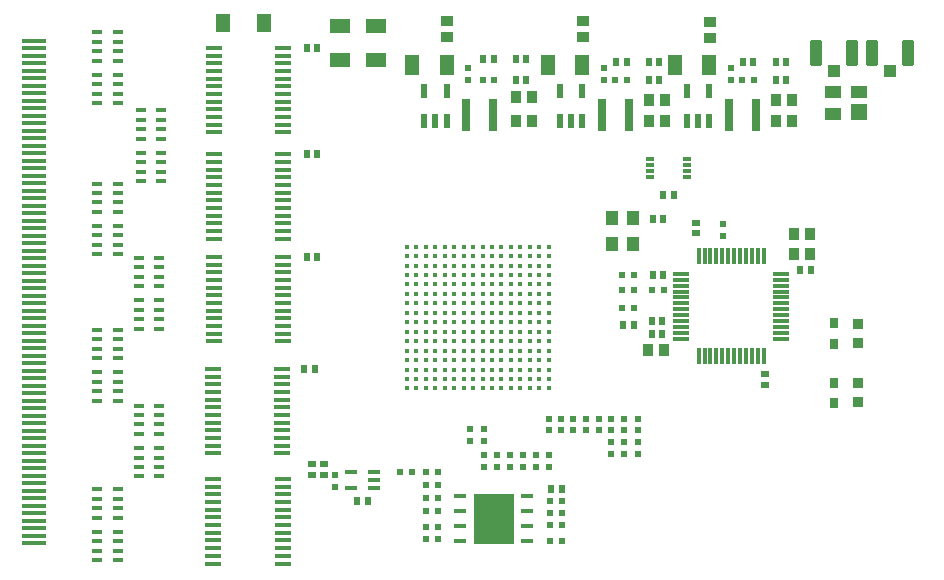
<source format=gtp>
G04*
G04 #@! TF.GenerationSoftware,Altium Limited,Altium Designer,24.4.1 (13)*
G04*
G04 Layer_Color=8421504*
%FSLAX44Y44*%
%MOMM*%
G71*
G04*
G04 #@! TF.SameCoordinates,12DE7ABD-5068-41A5-B1A4-11BDF0A404C9*
G04*
G04*
G04 #@! TF.FilePolarity,Positive*
G04*
G01*
G75*
G04:AMPARAMS|DCode=16|XSize=2.2mm|YSize=1.05mm|CornerRadius=0.105mm|HoleSize=0mm|Usage=FLASHONLY|Rotation=90.000|XOffset=0mm|YOffset=0mm|HoleType=Round|Shape=RoundedRectangle|*
%AMROUNDEDRECTD16*
21,1,2.2000,0.8400,0,0,90.0*
21,1,1.9900,1.0500,0,0,90.0*
1,1,0.2100,0.4200,0.9950*
1,1,0.2100,0.4200,-0.9950*
1,1,0.2100,-0.4200,-0.9950*
1,1,0.2100,-0.4200,0.9950*
%
%ADD16ROUNDEDRECTD16*%
G04:AMPARAMS|DCode=17|XSize=1.05mm|YSize=1.05mm|CornerRadius=0.105mm|HoleSize=0mm|Usage=FLASHONLY|Rotation=0.000|XOffset=0mm|YOffset=0mm|HoleType=Round|Shape=RoundedRectangle|*
%AMROUNDEDRECTD17*
21,1,1.0500,0.8400,0,0,0.0*
21,1,0.8400,1.0500,0,0,0.0*
1,1,0.2100,0.4200,-0.4200*
1,1,0.2100,-0.4200,-0.4200*
1,1,0.2100,-0.4200,0.4200*
1,1,0.2100,0.4200,0.4200*
%
%ADD17ROUNDEDRECTD17*%
%ADD18R,0.9000X0.4500*%
%ADD19R,1.4000X1.0000*%
%ADD20R,1.4000X1.4000*%
%ADD21R,0.8000X0.3000*%
%ADD22R,0.6000X0.6400*%
%ADD23R,0.6000X0.5000*%
%ADD24R,0.5000X0.6000*%
%ADD25R,3.4500X4.3500*%
%ADD26R,1.0500X0.4500*%
%ADD27R,0.9000X1.0000*%
%ADD28R,1.4750X0.3000*%
%ADD29R,0.3000X1.4750*%
%ADD30R,1.4750X0.4500*%
%ADD31R,1.0500X0.4000*%
%ADD32R,0.6400X0.6000*%
%ADD33R,0.6000X1.1500*%
%ADD34R,0.8000X2.7000*%
%ADD35R,1.2500X1.6500*%
%ADD36R,1.0000X0.9000*%
%ADD37C,0.4200*%
%ADD38R,1.8000X1.3000*%
%ADD39R,1.3000X1.8000*%
%ADD40R,0.8000X0.9000*%
%ADD41R,0.9500X0.9000*%
%ADD42R,2.0000X0.3800*%
%ADD43R,1.1000X1.3000*%
D16*
X905400Y672500D02*
D03*
X875000D02*
D03*
X952900D02*
D03*
X922500D02*
D03*
D17*
X890000Y657500D02*
D03*
X937500D02*
D03*
D18*
X266500Y251000D02*
D03*
Y243000D02*
D03*
Y267000D02*
D03*
Y259000D02*
D03*
X283500D02*
D03*
Y267000D02*
D03*
Y243000D02*
D03*
Y251000D02*
D03*
X301500Y483000D02*
D03*
Y475000D02*
D03*
Y499000D02*
D03*
Y491000D02*
D03*
X318500D02*
D03*
Y499000D02*
D03*
Y475000D02*
D03*
Y483000D02*
D03*
X303500Y608000D02*
D03*
Y600000D02*
D03*
Y624000D02*
D03*
Y616000D02*
D03*
X320500D02*
D03*
Y624000D02*
D03*
Y600000D02*
D03*
Y608000D02*
D03*
X266500Y510000D02*
D03*
Y502000D02*
D03*
Y526000D02*
D03*
Y518000D02*
D03*
X283500D02*
D03*
Y526000D02*
D03*
Y502000D02*
D03*
Y510000D02*
D03*
X266500Y386000D02*
D03*
Y378000D02*
D03*
Y402000D02*
D03*
Y394000D02*
D03*
X283500D02*
D03*
Y402000D02*
D03*
Y378000D02*
D03*
Y386000D02*
D03*
X301500Y358000D02*
D03*
Y350000D02*
D03*
Y374000D02*
D03*
Y366000D02*
D03*
X318500D02*
D03*
Y374000D02*
D03*
Y350000D02*
D03*
Y358000D02*
D03*
X301500Y322000D02*
D03*
Y314000D02*
D03*
Y338000D02*
D03*
Y330000D02*
D03*
X318500D02*
D03*
Y338000D02*
D03*
Y314000D02*
D03*
Y322000D02*
D03*
X266500Y287000D02*
D03*
Y279000D02*
D03*
Y303000D02*
D03*
Y295000D02*
D03*
X283500D02*
D03*
Y303000D02*
D03*
Y279000D02*
D03*
Y287000D02*
D03*
X266500Y422000D02*
D03*
Y414000D02*
D03*
Y438000D02*
D03*
Y430000D02*
D03*
X283500D02*
D03*
Y438000D02*
D03*
Y414000D02*
D03*
Y422000D02*
D03*
X301500Y447000D02*
D03*
Y439000D02*
D03*
Y463000D02*
D03*
Y455000D02*
D03*
X318500D02*
D03*
Y463000D02*
D03*
Y439000D02*
D03*
Y447000D02*
D03*
X266500Y546000D02*
D03*
Y538000D02*
D03*
Y562000D02*
D03*
Y554000D02*
D03*
X283500D02*
D03*
Y562000D02*
D03*
Y538000D02*
D03*
Y546000D02*
D03*
X303500Y572000D02*
D03*
Y564000D02*
D03*
Y588000D02*
D03*
Y580000D02*
D03*
X320500D02*
D03*
Y588000D02*
D03*
Y564000D02*
D03*
Y572000D02*
D03*
X266500Y638000D02*
D03*
Y630000D02*
D03*
Y654000D02*
D03*
Y646000D02*
D03*
X283500D02*
D03*
Y654000D02*
D03*
Y630000D02*
D03*
Y638000D02*
D03*
X266500Y674000D02*
D03*
Y666000D02*
D03*
Y690000D02*
D03*
Y682000D02*
D03*
X283500D02*
D03*
Y690000D02*
D03*
Y666000D02*
D03*
Y674000D02*
D03*
D19*
X889250Y620500D02*
D03*
Y639500D02*
D03*
X911250D02*
D03*
D20*
Y622500D02*
D03*
D21*
X766000Y567500D02*
D03*
Y572500D02*
D03*
Y577500D02*
D03*
Y582500D02*
D03*
X734000D02*
D03*
Y577500D02*
D03*
Y572500D02*
D03*
Y567500D02*
D03*
D22*
X745600Y552500D02*
D03*
X754400D02*
D03*
X495400Y293000D02*
D03*
X486600D02*
D03*
X720400Y442000D02*
D03*
X711600D02*
D03*
X659400Y303000D02*
D03*
X650600D02*
D03*
X593100Y667500D02*
D03*
X601900D02*
D03*
X620600Y650000D02*
D03*
X629400D02*
D03*
Y667500D02*
D03*
X620600D02*
D03*
X735600Y446000D02*
D03*
X744400D02*
D03*
X452400Y500000D02*
D03*
X443600D02*
D03*
X450400Y405000D02*
D03*
X441600D02*
D03*
X714400Y665000D02*
D03*
X705600D02*
D03*
X745400Y532000D02*
D03*
X736600D02*
D03*
X741900Y665000D02*
D03*
X733100D02*
D03*
X741900Y650000D02*
D03*
X733100D02*
D03*
X744400Y435000D02*
D03*
X735600D02*
D03*
X840600Y665000D02*
D03*
X849400D02*
D03*
X840600Y650000D02*
D03*
X849400D02*
D03*
X821900Y665000D02*
D03*
X813100D02*
D03*
X861600Y489000D02*
D03*
X870400D02*
D03*
X745400Y484500D02*
D03*
X736600D02*
D03*
X443600Y587000D02*
D03*
X452400D02*
D03*
X443600Y677000D02*
D03*
X452400D02*
D03*
D23*
X649000Y363000D02*
D03*
Y353000D02*
D03*
X616000Y322000D02*
D03*
Y332000D02*
D03*
X680000Y353000D02*
D03*
Y363000D02*
D03*
X691000D02*
D03*
Y353000D02*
D03*
X724000Y343000D02*
D03*
Y333000D02*
D03*
Y363000D02*
D03*
Y353000D02*
D03*
X669000Y363000D02*
D03*
Y353000D02*
D03*
X649000Y332000D02*
D03*
Y322000D02*
D03*
X659000Y363000D02*
D03*
Y353000D02*
D03*
X468000Y305000D02*
D03*
Y315000D02*
D03*
X695000Y660000D02*
D03*
Y650000D02*
D03*
X802500Y660000D02*
D03*
Y650000D02*
D03*
X712000Y353000D02*
D03*
Y363000D02*
D03*
X627000Y322000D02*
D03*
Y332000D02*
D03*
X638000Y322000D02*
D03*
Y332000D02*
D03*
X594000D02*
D03*
Y322000D02*
D03*
X605000D02*
D03*
Y332000D02*
D03*
X594000Y344000D02*
D03*
Y354000D02*
D03*
X582000D02*
D03*
Y344000D02*
D03*
X712000Y333000D02*
D03*
Y343000D02*
D03*
X701000Y333000D02*
D03*
Y343000D02*
D03*
X701000Y353000D02*
D03*
Y363000D02*
D03*
X796000Y517500D02*
D03*
Y527500D02*
D03*
X580000Y650000D02*
D03*
Y660000D02*
D03*
D24*
X650000Y293000D02*
D03*
X660000D02*
D03*
X555000Y318000D02*
D03*
X545000D02*
D03*
Y307000D02*
D03*
X555000D02*
D03*
X523000Y318000D02*
D03*
X533000D02*
D03*
X555000Y261000D02*
D03*
X545000D02*
D03*
X660000Y259000D02*
D03*
X650000D02*
D03*
X545000Y296000D02*
D03*
X555000D02*
D03*
X711000Y472000D02*
D03*
X721000D02*
D03*
X711000Y484500D02*
D03*
X721000D02*
D03*
X711000Y457000D02*
D03*
X721000D02*
D03*
X660000Y283000D02*
D03*
X650000D02*
D03*
X555000Y271000D02*
D03*
X545000D02*
D03*
X555000Y285000D02*
D03*
X545000D02*
D03*
X736000Y472000D02*
D03*
X746000D02*
D03*
X650000Y273000D02*
D03*
X660000D02*
D03*
X812500Y650000D02*
D03*
X822500D02*
D03*
X705000D02*
D03*
X715000D02*
D03*
X592500D02*
D03*
X602500D02*
D03*
D25*
X602000Y278000D02*
D03*
D26*
X630500Y297050D02*
D03*
Y284350D02*
D03*
Y271650D02*
D03*
Y258950D02*
D03*
X573500D02*
D03*
Y271650D02*
D03*
Y284350D02*
D03*
Y297050D02*
D03*
D27*
X745750Y421000D02*
D03*
X732250D02*
D03*
X854250Y615000D02*
D03*
X840750D02*
D03*
X634250Y635000D02*
D03*
X620750D02*
D03*
X854250Y632500D02*
D03*
X840750D02*
D03*
X733250Y615000D02*
D03*
X746750D02*
D03*
X869750Y502000D02*
D03*
X856250D02*
D03*
X869750Y519000D02*
D03*
X856250D02*
D03*
X733250Y632500D02*
D03*
X746750D02*
D03*
X634250Y615000D02*
D03*
X620750D02*
D03*
D28*
X760620Y485500D02*
D03*
Y480500D02*
D03*
Y475500D02*
D03*
Y470500D02*
D03*
Y465500D02*
D03*
Y460500D02*
D03*
Y455500D02*
D03*
Y450500D02*
D03*
Y445500D02*
D03*
Y440500D02*
D03*
Y435500D02*
D03*
Y430500D02*
D03*
X845380D02*
D03*
Y435500D02*
D03*
Y440500D02*
D03*
Y445500D02*
D03*
Y450500D02*
D03*
Y455500D02*
D03*
Y460500D02*
D03*
Y465500D02*
D03*
Y470500D02*
D03*
Y475500D02*
D03*
Y480500D02*
D03*
Y485500D02*
D03*
D29*
X775500Y415620D02*
D03*
X780500D02*
D03*
X785500D02*
D03*
X790500D02*
D03*
X795500D02*
D03*
X800500D02*
D03*
X805500D02*
D03*
X810500D02*
D03*
X815500D02*
D03*
X820500D02*
D03*
X825500D02*
D03*
X830500D02*
D03*
Y500380D02*
D03*
X825500D02*
D03*
X820500D02*
D03*
X815500D02*
D03*
X810500D02*
D03*
X805500D02*
D03*
X800500D02*
D03*
X795500D02*
D03*
X790500D02*
D03*
X785500D02*
D03*
X780500D02*
D03*
X775500D02*
D03*
D30*
X423380Y311750D02*
D03*
Y305250D02*
D03*
Y298750D02*
D03*
Y292250D02*
D03*
Y285750D02*
D03*
Y279250D02*
D03*
Y272750D02*
D03*
Y266250D02*
D03*
Y259750D02*
D03*
Y253250D02*
D03*
Y246750D02*
D03*
Y240250D02*
D03*
X364620D02*
D03*
Y246750D02*
D03*
Y253250D02*
D03*
Y259750D02*
D03*
Y266250D02*
D03*
Y272750D02*
D03*
Y279250D02*
D03*
Y285750D02*
D03*
Y292250D02*
D03*
Y298750D02*
D03*
Y305250D02*
D03*
Y311750D02*
D03*
X423000Y405000D02*
D03*
Y398500D02*
D03*
Y392000D02*
D03*
Y385500D02*
D03*
Y379000D02*
D03*
Y372500D02*
D03*
Y366000D02*
D03*
Y359500D02*
D03*
Y353000D02*
D03*
Y346500D02*
D03*
Y340000D02*
D03*
Y333500D02*
D03*
X364240D02*
D03*
Y340000D02*
D03*
Y346500D02*
D03*
Y353000D02*
D03*
Y359500D02*
D03*
Y366000D02*
D03*
Y372500D02*
D03*
Y379000D02*
D03*
Y385500D02*
D03*
Y392000D02*
D03*
Y398500D02*
D03*
Y405000D02*
D03*
X423880Y676750D02*
D03*
Y670250D02*
D03*
Y663750D02*
D03*
Y657250D02*
D03*
Y650750D02*
D03*
Y644250D02*
D03*
Y637750D02*
D03*
Y631250D02*
D03*
Y624750D02*
D03*
Y618250D02*
D03*
Y611750D02*
D03*
Y605250D02*
D03*
X365120D02*
D03*
Y611750D02*
D03*
Y618250D02*
D03*
Y624750D02*
D03*
Y631250D02*
D03*
Y637750D02*
D03*
Y644250D02*
D03*
Y650750D02*
D03*
Y657250D02*
D03*
Y663750D02*
D03*
Y670250D02*
D03*
Y676750D02*
D03*
X423880Y499750D02*
D03*
Y493250D02*
D03*
Y486750D02*
D03*
Y480250D02*
D03*
Y473750D02*
D03*
Y467250D02*
D03*
Y460750D02*
D03*
Y454250D02*
D03*
Y447750D02*
D03*
Y441250D02*
D03*
Y434750D02*
D03*
Y428250D02*
D03*
X365120D02*
D03*
Y434750D02*
D03*
Y441250D02*
D03*
Y447750D02*
D03*
Y454250D02*
D03*
Y460750D02*
D03*
Y467250D02*
D03*
Y473750D02*
D03*
Y480250D02*
D03*
Y486750D02*
D03*
Y493250D02*
D03*
Y499750D02*
D03*
X365120Y586750D02*
D03*
Y580250D02*
D03*
Y573750D02*
D03*
Y567250D02*
D03*
Y560750D02*
D03*
Y554250D02*
D03*
Y547750D02*
D03*
Y541250D02*
D03*
Y534750D02*
D03*
Y528250D02*
D03*
Y521750D02*
D03*
Y515250D02*
D03*
X423880D02*
D03*
Y521750D02*
D03*
Y528250D02*
D03*
Y534750D02*
D03*
Y541250D02*
D03*
Y547750D02*
D03*
Y554250D02*
D03*
Y560750D02*
D03*
Y567250D02*
D03*
Y573750D02*
D03*
Y580250D02*
D03*
Y586750D02*
D03*
D31*
X501000Y304500D02*
D03*
Y311000D02*
D03*
Y317500D02*
D03*
X481000D02*
D03*
Y304500D02*
D03*
D32*
X458000Y315600D02*
D03*
Y324400D02*
D03*
X448000Y324400D02*
D03*
Y315600D02*
D03*
X773500Y520100D02*
D03*
Y528900D02*
D03*
X832000Y400400D02*
D03*
Y391600D02*
D03*
D33*
X543000Y640500D02*
D03*
X562000D02*
D03*
Y614500D02*
D03*
X552500D02*
D03*
X543000D02*
D03*
X658000Y640500D02*
D03*
X677000D02*
D03*
Y614500D02*
D03*
X667500D02*
D03*
X658000D02*
D03*
X765500Y640500D02*
D03*
X784500D02*
D03*
Y614500D02*
D03*
X775000D02*
D03*
X765500D02*
D03*
D34*
X824000Y620000D02*
D03*
X801000D02*
D03*
X693500D02*
D03*
X716500D02*
D03*
X578500D02*
D03*
X601500D02*
D03*
D35*
X372750Y697500D02*
D03*
X407250D02*
D03*
D36*
X677500Y699250D02*
D03*
Y685750D02*
D03*
X785000Y685000D02*
D03*
Y698500D02*
D03*
X562500Y685750D02*
D03*
Y699250D02*
D03*
D37*
X528500Y508500D02*
D03*
X536500D02*
D03*
X544500D02*
D03*
X552500D02*
D03*
X560500D02*
D03*
X568500D02*
D03*
X576500D02*
D03*
X584500D02*
D03*
X592500D02*
D03*
X600500D02*
D03*
X608500D02*
D03*
X616500D02*
D03*
X624500D02*
D03*
X632500D02*
D03*
X640500D02*
D03*
X648500D02*
D03*
X528500Y500500D02*
D03*
X536500D02*
D03*
X544500D02*
D03*
X552500D02*
D03*
X560500D02*
D03*
X568500D02*
D03*
X576500D02*
D03*
X584500D02*
D03*
X592500D02*
D03*
X600500D02*
D03*
X608500D02*
D03*
X616500D02*
D03*
X624500D02*
D03*
X632500D02*
D03*
X640500D02*
D03*
X648500D02*
D03*
X528500Y492500D02*
D03*
X536500D02*
D03*
X544500D02*
D03*
X552500D02*
D03*
X560500D02*
D03*
X568500D02*
D03*
X576500D02*
D03*
X584500D02*
D03*
X592500D02*
D03*
X600500D02*
D03*
X608500D02*
D03*
X616500D02*
D03*
X624500D02*
D03*
X632500D02*
D03*
X640500D02*
D03*
X648500D02*
D03*
X528500Y484500D02*
D03*
X536500D02*
D03*
X544500D02*
D03*
X552500D02*
D03*
X560500D02*
D03*
X568500D02*
D03*
X576500D02*
D03*
X584500D02*
D03*
X592500D02*
D03*
X600500D02*
D03*
X608500D02*
D03*
X616500D02*
D03*
X624500D02*
D03*
X632500D02*
D03*
X640500D02*
D03*
X648500D02*
D03*
X528500Y476500D02*
D03*
X536500D02*
D03*
X544500D02*
D03*
X552500D02*
D03*
X560500D02*
D03*
X568500D02*
D03*
X576500D02*
D03*
X584500D02*
D03*
X592500D02*
D03*
X600500D02*
D03*
X608500D02*
D03*
X616500D02*
D03*
X624500D02*
D03*
X632500D02*
D03*
X640500D02*
D03*
X648500D02*
D03*
X528500Y468500D02*
D03*
X536500D02*
D03*
X544500D02*
D03*
X552500D02*
D03*
X560500D02*
D03*
X568500D02*
D03*
X576500D02*
D03*
X584500D02*
D03*
X592500D02*
D03*
X600500D02*
D03*
X608500D02*
D03*
X616500D02*
D03*
X624500D02*
D03*
X632500D02*
D03*
X640500D02*
D03*
X648500D02*
D03*
X528500Y460500D02*
D03*
X536500D02*
D03*
X544500D02*
D03*
X552500D02*
D03*
X560500D02*
D03*
X568500D02*
D03*
X576500D02*
D03*
X584500D02*
D03*
X592500D02*
D03*
X600500D02*
D03*
X608500D02*
D03*
X616500D02*
D03*
X624500D02*
D03*
X632500D02*
D03*
X640500D02*
D03*
X648500D02*
D03*
X528500Y452500D02*
D03*
X536500D02*
D03*
X544500D02*
D03*
X552500D02*
D03*
X560500D02*
D03*
X568500D02*
D03*
X576500D02*
D03*
X584500D02*
D03*
X592500D02*
D03*
X600500D02*
D03*
X608500D02*
D03*
X616500D02*
D03*
X624500D02*
D03*
X632500D02*
D03*
X640500D02*
D03*
X648500D02*
D03*
X528500Y444500D02*
D03*
X536500D02*
D03*
X544500D02*
D03*
X552500D02*
D03*
X560500D02*
D03*
X568500D02*
D03*
X576500D02*
D03*
X584500D02*
D03*
X592500D02*
D03*
X600500D02*
D03*
X608500D02*
D03*
X616500D02*
D03*
X624500D02*
D03*
X632500D02*
D03*
X640500D02*
D03*
X648500D02*
D03*
X528500Y436500D02*
D03*
X536500D02*
D03*
X544500D02*
D03*
X552500D02*
D03*
X560500D02*
D03*
X568500D02*
D03*
X576500D02*
D03*
X584500D02*
D03*
X592500D02*
D03*
X600500D02*
D03*
X608500D02*
D03*
X616500D02*
D03*
X624500D02*
D03*
X632500D02*
D03*
X640500D02*
D03*
X648500D02*
D03*
X528500Y428500D02*
D03*
X536500D02*
D03*
X544500D02*
D03*
X552500D02*
D03*
X560500D02*
D03*
X568500D02*
D03*
X576500D02*
D03*
X584500D02*
D03*
X592500D02*
D03*
X600500D02*
D03*
X608500D02*
D03*
X616500D02*
D03*
X624500D02*
D03*
X632500D02*
D03*
X640500D02*
D03*
X648500D02*
D03*
X528500Y420500D02*
D03*
X536500D02*
D03*
X544500D02*
D03*
X552500D02*
D03*
X560500D02*
D03*
X568500D02*
D03*
X576500D02*
D03*
X584500D02*
D03*
X592500D02*
D03*
X600500D02*
D03*
X608500D02*
D03*
X616500D02*
D03*
X624500D02*
D03*
X632500D02*
D03*
X640500D02*
D03*
X648500D02*
D03*
X528500Y412500D02*
D03*
X536500D02*
D03*
X544500D02*
D03*
X552500D02*
D03*
X560500D02*
D03*
X568500D02*
D03*
X576500D02*
D03*
X584500D02*
D03*
X592500D02*
D03*
X600500D02*
D03*
X608500D02*
D03*
X616500D02*
D03*
X624500D02*
D03*
X632500D02*
D03*
X640500D02*
D03*
X648500D02*
D03*
X528500Y404500D02*
D03*
X536500D02*
D03*
X544500D02*
D03*
X552500D02*
D03*
X560500D02*
D03*
X568500D02*
D03*
X576500D02*
D03*
X584500D02*
D03*
X592500D02*
D03*
X600500D02*
D03*
X608500D02*
D03*
X616500D02*
D03*
X624500D02*
D03*
X632500D02*
D03*
X640500D02*
D03*
X648500D02*
D03*
X528500Y396500D02*
D03*
X536500D02*
D03*
X544500D02*
D03*
X552500D02*
D03*
X560500D02*
D03*
X568500D02*
D03*
X576500D02*
D03*
X584500D02*
D03*
X592500D02*
D03*
X600500D02*
D03*
X608500D02*
D03*
X616500D02*
D03*
X624500D02*
D03*
X632500D02*
D03*
X640500D02*
D03*
X648500D02*
D03*
X528500Y388500D02*
D03*
X536500D02*
D03*
X544500D02*
D03*
X552500D02*
D03*
X560500D02*
D03*
X568500D02*
D03*
X576500D02*
D03*
X584500D02*
D03*
X592500D02*
D03*
X600500D02*
D03*
X608500D02*
D03*
X616500D02*
D03*
X624500D02*
D03*
X632500D02*
D03*
X640500D02*
D03*
X648500D02*
D03*
D38*
X502000Y695500D02*
D03*
Y666500D02*
D03*
X472000Y695500D02*
D03*
Y666500D02*
D03*
D39*
X755500Y662500D02*
D03*
X784500D02*
D03*
X648000D02*
D03*
X677000D02*
D03*
X533000D02*
D03*
X562000D02*
D03*
D40*
X890000Y376500D02*
D03*
Y393500D02*
D03*
Y426500D02*
D03*
Y443500D02*
D03*
D41*
X910000Y377000D02*
D03*
Y393000D02*
D03*
Y427000D02*
D03*
Y443000D02*
D03*
D42*
X213000Y644625D02*
D03*
Y638275D02*
D03*
Y631925D02*
D03*
Y625575D02*
D03*
Y682725D02*
D03*
Y670025D02*
D03*
Y657325D02*
D03*
Y619225D02*
D03*
Y606525D02*
D03*
Y593825D02*
D03*
Y581125D02*
D03*
Y568425D02*
D03*
Y555725D02*
D03*
Y543025D02*
D03*
Y530325D02*
D03*
Y517625D02*
D03*
Y504925D02*
D03*
Y492225D02*
D03*
Y479525D02*
D03*
Y466825D02*
D03*
Y454125D02*
D03*
Y441425D02*
D03*
Y428725D02*
D03*
Y416025D02*
D03*
Y403325D02*
D03*
Y390625D02*
D03*
Y377925D02*
D03*
Y365225D02*
D03*
Y352525D02*
D03*
Y339825D02*
D03*
Y327125D02*
D03*
Y314425D02*
D03*
Y301725D02*
D03*
Y289025D02*
D03*
Y276325D02*
D03*
Y263625D02*
D03*
Y676375D02*
D03*
Y663675D02*
D03*
Y650975D02*
D03*
Y612875D02*
D03*
Y600175D02*
D03*
Y587475D02*
D03*
Y574775D02*
D03*
Y562075D02*
D03*
Y549375D02*
D03*
Y536675D02*
D03*
Y523975D02*
D03*
Y511275D02*
D03*
Y498575D02*
D03*
Y485875D02*
D03*
Y473175D02*
D03*
Y460475D02*
D03*
Y447775D02*
D03*
Y435075D02*
D03*
Y422375D02*
D03*
Y409675D02*
D03*
Y396975D02*
D03*
Y384275D02*
D03*
Y371575D02*
D03*
Y358875D02*
D03*
Y346175D02*
D03*
Y333475D02*
D03*
Y320775D02*
D03*
Y308075D02*
D03*
Y295375D02*
D03*
Y282675D02*
D03*
Y269975D02*
D03*
Y257275D02*
D03*
D43*
X702500Y533000D02*
D03*
X719500D02*
D03*
X702500Y511000D02*
D03*
X719500D02*
D03*
M02*

</source>
